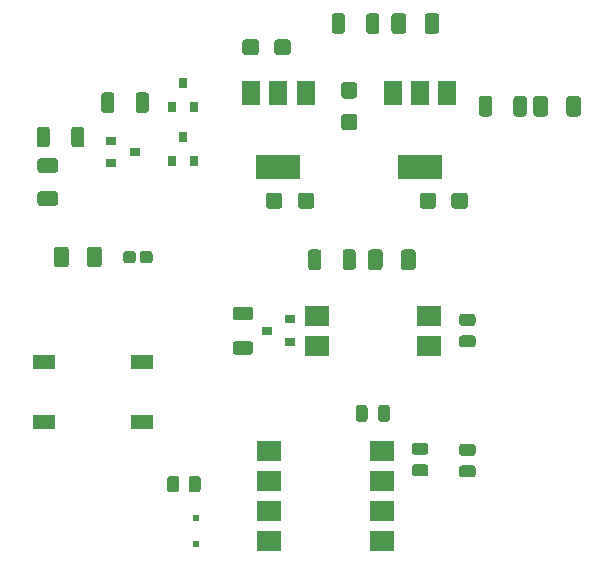
<source format=gbr>
%TF.GenerationSoftware,KiCad,Pcbnew,5.1.10-88a1d61d58~90~ubuntu21.04.1*%
%TF.CreationDate,2021-07-16T14:05:02+02:00*%
%TF.ProjectId,DccDetector,44636344-6574-4656-9374-6f722e6b6963,rev?*%
%TF.SameCoordinates,Original*%
%TF.FileFunction,Paste,Top*%
%TF.FilePolarity,Positive*%
%FSLAX46Y46*%
G04 Gerber Fmt 4.6, Leading zero omitted, Abs format (unit mm)*
G04 Created by KiCad (PCBNEW 5.1.10-88a1d61d58~90~ubuntu21.04.1) date 2021-07-16 14:05:02*
%MOMM*%
%LPD*%
G01*
G04 APERTURE LIST*
%ADD10R,1.900000X1.200000*%
%ADD11R,1.500000X2.000000*%
%ADD12R,3.800000X2.000000*%
%ADD13R,0.800000X0.900000*%
%ADD14R,0.900000X0.800000*%
%ADD15R,2.000000X1.780000*%
%ADD16R,0.500000X0.500000*%
G04 APERTURE END LIST*
%TO.C,R10*%
G36*
G01*
X66100000Y-30374999D02*
X66100000Y-31625001D01*
G75*
G02*
X65850001Y-31875000I-249999J0D01*
G01*
X65224999Y-31875000D01*
G75*
G02*
X64975000Y-31625001I0J249999D01*
G01*
X64975000Y-30374999D01*
G75*
G02*
X65224999Y-30125000I249999J0D01*
G01*
X65850001Y-30125000D01*
G75*
G02*
X66100000Y-30374999I0J-249999D01*
G01*
G37*
G36*
G01*
X69025000Y-30374999D02*
X69025000Y-31625001D01*
G75*
G02*
X68775001Y-31875000I-249999J0D01*
G01*
X68149999Y-31875000D01*
G75*
G02*
X67900000Y-31625001I0J249999D01*
G01*
X67900000Y-30374999D01*
G75*
G02*
X68149999Y-30125000I249999J0D01*
G01*
X68775001Y-30125000D01*
G75*
G02*
X69025000Y-30374999I0J-249999D01*
G01*
G37*
%TD*%
%TO.C,R9*%
G36*
G01*
X51637500Y-43374999D02*
X51637500Y-44625001D01*
G75*
G02*
X51387501Y-44875000I-249999J0D01*
G01*
X50762499Y-44875000D01*
G75*
G02*
X50512500Y-44625001I0J249999D01*
G01*
X50512500Y-43374999D01*
G75*
G02*
X50762499Y-43125000I249999J0D01*
G01*
X51387501Y-43125000D01*
G75*
G02*
X51637500Y-43374999I0J-249999D01*
G01*
G37*
G36*
G01*
X54562500Y-43374999D02*
X54562500Y-44625001D01*
G75*
G02*
X54312501Y-44875000I-249999J0D01*
G01*
X53687499Y-44875000D01*
G75*
G02*
X53437500Y-44625001I0J249999D01*
G01*
X53437500Y-43374999D01*
G75*
G02*
X53687499Y-43125000I249999J0D01*
G01*
X54312501Y-43125000D01*
G75*
G02*
X54562500Y-43374999I0J-249999D01*
G01*
G37*
%TD*%
%TO.C,R6*%
G36*
G01*
X53637500Y-23374999D02*
X53637500Y-24625001D01*
G75*
G02*
X53387501Y-24875000I-249999J0D01*
G01*
X52762499Y-24875000D01*
G75*
G02*
X52512500Y-24625001I0J249999D01*
G01*
X52512500Y-23374999D01*
G75*
G02*
X52762499Y-23125000I249999J0D01*
G01*
X53387501Y-23125000D01*
G75*
G02*
X53637500Y-23374999I0J-249999D01*
G01*
G37*
G36*
G01*
X56562500Y-23374999D02*
X56562500Y-24625001D01*
G75*
G02*
X56312501Y-24875000I-249999J0D01*
G01*
X55687499Y-24875000D01*
G75*
G02*
X55437500Y-24625001I0J249999D01*
G01*
X55437500Y-23374999D01*
G75*
G02*
X55687499Y-23125000I249999J0D01*
G01*
X56312501Y-23125000D01*
G75*
G02*
X56562500Y-23374999I0J-249999D01*
G01*
G37*
%TD*%
%TO.C,D6*%
G36*
G01*
X72375000Y-31625000D02*
X72375000Y-30375000D01*
G75*
G02*
X72625000Y-30125000I250000J0D01*
G01*
X73375000Y-30125000D01*
G75*
G02*
X73625000Y-30375000I0J-250000D01*
G01*
X73625000Y-31625000D01*
G75*
G02*
X73375000Y-31875000I-250000J0D01*
G01*
X72625000Y-31875000D01*
G75*
G02*
X72375000Y-31625000I0J250000D01*
G01*
G37*
G36*
G01*
X69575000Y-31625000D02*
X69575000Y-30375000D01*
G75*
G02*
X69825000Y-30125000I250000J0D01*
G01*
X70575000Y-30125000D01*
G75*
G02*
X70825000Y-30375000I0J-250000D01*
G01*
X70825000Y-31625000D01*
G75*
G02*
X70575000Y-31875000I-250000J0D01*
G01*
X69825000Y-31875000D01*
G75*
G02*
X69575000Y-31625000I0J250000D01*
G01*
G37*
%TD*%
%TO.C,D5*%
G36*
G01*
X58375000Y-44625000D02*
X58375000Y-43375000D01*
G75*
G02*
X58625000Y-43125000I250000J0D01*
G01*
X59375000Y-43125000D01*
G75*
G02*
X59625000Y-43375000I0J-250000D01*
G01*
X59625000Y-44625000D01*
G75*
G02*
X59375000Y-44875000I-250000J0D01*
G01*
X58625000Y-44875000D01*
G75*
G02*
X58375000Y-44625000I0J250000D01*
G01*
G37*
G36*
G01*
X55575000Y-44625000D02*
X55575000Y-43375000D01*
G75*
G02*
X55825000Y-43125000I250000J0D01*
G01*
X56575000Y-43125000D01*
G75*
G02*
X56825000Y-43375000I0J-250000D01*
G01*
X56825000Y-44625000D01*
G75*
G02*
X56575000Y-44875000I-250000J0D01*
G01*
X55825000Y-44875000D01*
G75*
G02*
X55575000Y-44625000I0J250000D01*
G01*
G37*
%TD*%
%TO.C,D4*%
G36*
G01*
X60375000Y-24625000D02*
X60375000Y-23375000D01*
G75*
G02*
X60625000Y-23125000I250000J0D01*
G01*
X61375000Y-23125000D01*
G75*
G02*
X61625000Y-23375000I0J-250000D01*
G01*
X61625000Y-24625000D01*
G75*
G02*
X61375000Y-24875000I-250000J0D01*
G01*
X60625000Y-24875000D01*
G75*
G02*
X60375000Y-24625000I0J250000D01*
G01*
G37*
G36*
G01*
X57575000Y-24625000D02*
X57575000Y-23375000D01*
G75*
G02*
X57825000Y-23125000I250000J0D01*
G01*
X58575000Y-23125000D01*
G75*
G02*
X58825000Y-23375000I0J-250000D01*
G01*
X58825000Y-24625000D01*
G75*
G02*
X58575000Y-24875000I-250000J0D01*
G01*
X57825000Y-24875000D01*
G75*
G02*
X57575000Y-24625000I0J250000D01*
G01*
G37*
%TD*%
D10*
%TO.C,BR1*%
X28165580Y-57749590D03*
X28165580Y-52649590D03*
X36415580Y-57749590D03*
X36415580Y-52649590D03*
%TD*%
%TO.C,D3*%
G36*
G01*
X29105000Y-36645000D02*
X27855000Y-36645000D01*
G75*
G02*
X27605000Y-36395000I0J250000D01*
G01*
X27605000Y-35645000D01*
G75*
G02*
X27855000Y-35395000I250000J0D01*
G01*
X29105000Y-35395000D01*
G75*
G02*
X29355000Y-35645000I0J-250000D01*
G01*
X29355000Y-36395000D01*
G75*
G02*
X29105000Y-36645000I-250000J0D01*
G01*
G37*
G36*
G01*
X29105000Y-39445000D02*
X27855000Y-39445000D01*
G75*
G02*
X27605000Y-39195000I0J250000D01*
G01*
X27605000Y-38445000D01*
G75*
G02*
X27855000Y-38195000I250000J0D01*
G01*
X29105000Y-38195000D01*
G75*
G02*
X29355000Y-38445000I0J-250000D01*
G01*
X29355000Y-39195000D01*
G75*
G02*
X29105000Y-39445000I-250000J0D01*
G01*
G37*
%TD*%
D11*
%TO.C,U4*%
X62300000Y-29850000D03*
X57700000Y-29850000D03*
X60000000Y-29850000D03*
D12*
X60000000Y-36150000D03*
%TD*%
%TO.C,R8*%
G36*
G01*
X34122500Y-30074999D02*
X34122500Y-31325001D01*
G75*
G02*
X33872501Y-31575000I-249999J0D01*
G01*
X33247499Y-31575000D01*
G75*
G02*
X32997500Y-31325001I0J249999D01*
G01*
X32997500Y-30074999D01*
G75*
G02*
X33247499Y-29825000I249999J0D01*
G01*
X33872501Y-29825000D01*
G75*
G02*
X34122500Y-30074999I0J-249999D01*
G01*
G37*
G36*
G01*
X37047500Y-30074999D02*
X37047500Y-31325001D01*
G75*
G02*
X36797501Y-31575000I-249999J0D01*
G01*
X36172499Y-31575000D01*
G75*
G02*
X35922500Y-31325001I0J249999D01*
G01*
X35922500Y-30074999D01*
G75*
G02*
X36172499Y-29825000I249999J0D01*
G01*
X36797501Y-29825000D01*
G75*
G02*
X37047500Y-30074999I0J-249999D01*
G01*
G37*
%TD*%
%TO.C,R7*%
G36*
G01*
X28657500Y-32984999D02*
X28657500Y-34235001D01*
G75*
G02*
X28407501Y-34485000I-249999J0D01*
G01*
X27782499Y-34485000D01*
G75*
G02*
X27532500Y-34235001I0J249999D01*
G01*
X27532500Y-32984999D01*
G75*
G02*
X27782499Y-32735000I249999J0D01*
G01*
X28407501Y-32735000D01*
G75*
G02*
X28657500Y-32984999I0J-249999D01*
G01*
G37*
G36*
G01*
X31582500Y-32984999D02*
X31582500Y-34235001D01*
G75*
G02*
X31332501Y-34485000I-249999J0D01*
G01*
X30707499Y-34485000D01*
G75*
G02*
X30457500Y-34235001I0J249999D01*
G01*
X30457500Y-32984999D01*
G75*
G02*
X30707499Y-32735000I249999J0D01*
G01*
X31332501Y-32735000D01*
G75*
G02*
X31582500Y-32984999I0J-249999D01*
G01*
G37*
%TD*%
D13*
%TO.C,Q4*%
X39910000Y-29070000D03*
X40860000Y-31070000D03*
X38960000Y-31070000D03*
%TD*%
D14*
%TO.C,Q3*%
X35830000Y-34880000D03*
X33830000Y-35830000D03*
X33830000Y-33930000D03*
%TD*%
D13*
%TO.C,Q2*%
X39910000Y-33610000D03*
X40860000Y-35610000D03*
X38960000Y-35610000D03*
%TD*%
%TO.C,D2*%
G36*
G01*
X30245000Y-43145000D02*
X30245000Y-44395000D01*
G75*
G02*
X29995000Y-44645000I-250000J0D01*
G01*
X29245000Y-44645000D01*
G75*
G02*
X28995000Y-44395000I0J250000D01*
G01*
X28995000Y-43145000D01*
G75*
G02*
X29245000Y-42895000I250000J0D01*
G01*
X29995000Y-42895000D01*
G75*
G02*
X30245000Y-43145000I0J-250000D01*
G01*
G37*
G36*
G01*
X33045000Y-43145000D02*
X33045000Y-44395000D01*
G75*
G02*
X32795000Y-44645000I-250000J0D01*
G01*
X32045000Y-44645000D01*
G75*
G02*
X31795000Y-44395000I0J250000D01*
G01*
X31795000Y-43145000D01*
G75*
G02*
X32045000Y-42895000I250000J0D01*
G01*
X32795000Y-42895000D01*
G75*
G02*
X33045000Y-43145000I0J-250000D01*
G01*
G37*
%TD*%
%TO.C,C6*%
G36*
G01*
X62650000Y-39425001D02*
X62650000Y-38574999D01*
G75*
G02*
X62899999Y-38325000I249999J0D01*
G01*
X63800001Y-38325000D01*
G75*
G02*
X64050000Y-38574999I0J-249999D01*
G01*
X64050000Y-39425001D01*
G75*
G02*
X63800001Y-39675000I-249999J0D01*
G01*
X62899999Y-39675000D01*
G75*
G02*
X62650000Y-39425001I0J249999D01*
G01*
G37*
G36*
G01*
X59950000Y-39425001D02*
X59950000Y-38574999D01*
G75*
G02*
X60199999Y-38325000I249999J0D01*
G01*
X61100001Y-38325000D01*
G75*
G02*
X61350000Y-38574999I0J-249999D01*
G01*
X61350000Y-39425001D01*
G75*
G02*
X61100001Y-39675000I-249999J0D01*
G01*
X60199999Y-39675000D01*
G75*
G02*
X59950000Y-39425001I0J249999D01*
G01*
G37*
%TD*%
%TO.C,C5*%
G36*
G01*
X53574999Y-31650000D02*
X54425001Y-31650000D01*
G75*
G02*
X54675000Y-31899999I0J-249999D01*
G01*
X54675000Y-32800001D01*
G75*
G02*
X54425001Y-33050000I-249999J0D01*
G01*
X53574999Y-33050000D01*
G75*
G02*
X53325000Y-32800001I0J249999D01*
G01*
X53325000Y-31899999D01*
G75*
G02*
X53574999Y-31650000I249999J0D01*
G01*
G37*
G36*
G01*
X53574999Y-28950000D02*
X54425001Y-28950000D01*
G75*
G02*
X54675000Y-29199999I0J-249999D01*
G01*
X54675000Y-30100001D01*
G75*
G02*
X54425001Y-30350000I-249999J0D01*
G01*
X53574999Y-30350000D01*
G75*
G02*
X53325000Y-30100001I0J249999D01*
G01*
X53325000Y-29199999D01*
G75*
G02*
X53574999Y-28950000I249999J0D01*
G01*
G37*
%TD*%
%TO.C,C4*%
G36*
G01*
X36275000Y-44045001D02*
X36275000Y-43494999D01*
G75*
G02*
X36524999Y-43245000I249999J0D01*
G01*
X37100001Y-43245000D01*
G75*
G02*
X37350000Y-43494999I0J-249999D01*
G01*
X37350000Y-44045001D01*
G75*
G02*
X37100001Y-44295000I-249999J0D01*
G01*
X36524999Y-44295000D01*
G75*
G02*
X36275000Y-44045001I0J249999D01*
G01*
G37*
G36*
G01*
X34850000Y-44045001D02*
X34850000Y-43494999D01*
G75*
G02*
X35099999Y-43245000I249999J0D01*
G01*
X35675001Y-43245000D01*
G75*
G02*
X35925000Y-43494999I0J-249999D01*
G01*
X35925000Y-44045001D01*
G75*
G02*
X35675001Y-44295000I-249999J0D01*
G01*
X35099999Y-44295000D01*
G75*
G02*
X34850000Y-44045001I0J249999D01*
G01*
G37*
%TD*%
D15*
%TO.C,U3*%
X51235000Y-51270000D03*
X60765000Y-48730000D03*
X51235000Y-48730000D03*
X60765000Y-51270000D03*
%TD*%
%TO.C,U2*%
X56765000Y-60190000D03*
X47235000Y-67810000D03*
X56765000Y-62730000D03*
X47235000Y-65270000D03*
X56765000Y-65270000D03*
X47235000Y-62730000D03*
X56765000Y-67810000D03*
X47235000Y-60190000D03*
%TD*%
D11*
%TO.C,U1*%
X50300000Y-29850000D03*
X45700000Y-29850000D03*
X48000000Y-29850000D03*
D12*
X48000000Y-36150000D03*
%TD*%
%TO.C,R5*%
G36*
G01*
X64450001Y-60600000D02*
X63549999Y-60600000D01*
G75*
G02*
X63300000Y-60350001I0J249999D01*
G01*
X63300000Y-59824999D01*
G75*
G02*
X63549999Y-59575000I249999J0D01*
G01*
X64450001Y-59575000D01*
G75*
G02*
X64700000Y-59824999I0J-249999D01*
G01*
X64700000Y-60350001D01*
G75*
G02*
X64450001Y-60600000I-249999J0D01*
G01*
G37*
G36*
G01*
X64450001Y-62425000D02*
X63549999Y-62425000D01*
G75*
G02*
X63300000Y-62175001I0J249999D01*
G01*
X63300000Y-61649999D01*
G75*
G02*
X63549999Y-61400000I249999J0D01*
G01*
X64450001Y-61400000D01*
G75*
G02*
X64700000Y-61649999I0J-249999D01*
G01*
X64700000Y-62175001D01*
G75*
G02*
X64450001Y-62425000I-249999J0D01*
G01*
G37*
%TD*%
%TO.C,R4*%
G36*
G01*
X60450001Y-60512500D02*
X59549999Y-60512500D01*
G75*
G02*
X59300000Y-60262501I0J249999D01*
G01*
X59300000Y-59737499D01*
G75*
G02*
X59549999Y-59487500I249999J0D01*
G01*
X60450001Y-59487500D01*
G75*
G02*
X60700000Y-59737499I0J-249999D01*
G01*
X60700000Y-60262501D01*
G75*
G02*
X60450001Y-60512500I-249999J0D01*
G01*
G37*
G36*
G01*
X60450001Y-62337500D02*
X59549999Y-62337500D01*
G75*
G02*
X59300000Y-62087501I0J249999D01*
G01*
X59300000Y-61562499D01*
G75*
G02*
X59549999Y-61312500I249999J0D01*
G01*
X60450001Y-61312500D01*
G75*
G02*
X60700000Y-61562499I0J-249999D01*
G01*
X60700000Y-62087501D01*
G75*
G02*
X60450001Y-62337500I-249999J0D01*
G01*
G37*
%TD*%
%TO.C,R3*%
G36*
G01*
X63549999Y-50400000D02*
X64450001Y-50400000D01*
G75*
G02*
X64700000Y-50649999I0J-249999D01*
G01*
X64700000Y-51175001D01*
G75*
G02*
X64450001Y-51425000I-249999J0D01*
G01*
X63549999Y-51425000D01*
G75*
G02*
X63300000Y-51175001I0J249999D01*
G01*
X63300000Y-50649999D01*
G75*
G02*
X63549999Y-50400000I249999J0D01*
G01*
G37*
G36*
G01*
X63549999Y-48575000D02*
X64450001Y-48575000D01*
G75*
G02*
X64700000Y-48824999I0J-249999D01*
G01*
X64700000Y-49350001D01*
G75*
G02*
X64450001Y-49600000I-249999J0D01*
G01*
X63549999Y-49600000D01*
G75*
G02*
X63300000Y-49350001I0J249999D01*
G01*
X63300000Y-48824999D01*
G75*
G02*
X63549999Y-48575000I249999J0D01*
G01*
G37*
%TD*%
%TO.C,R2*%
G36*
G01*
X39600000Y-62549999D02*
X39600000Y-63450001D01*
G75*
G02*
X39350001Y-63700000I-249999J0D01*
G01*
X38824999Y-63700000D01*
G75*
G02*
X38575000Y-63450001I0J249999D01*
G01*
X38575000Y-62549999D01*
G75*
G02*
X38824999Y-62300000I249999J0D01*
G01*
X39350001Y-62300000D01*
G75*
G02*
X39600000Y-62549999I0J-249999D01*
G01*
G37*
G36*
G01*
X41425000Y-62549999D02*
X41425000Y-63450001D01*
G75*
G02*
X41175001Y-63700000I-249999J0D01*
G01*
X40649999Y-63700000D01*
G75*
G02*
X40400000Y-63450001I0J249999D01*
G01*
X40400000Y-62549999D01*
G75*
G02*
X40649999Y-62300000I249999J0D01*
G01*
X41175001Y-62300000D01*
G75*
G02*
X41425000Y-62549999I0J-249999D01*
G01*
G37*
%TD*%
%TO.C,R1*%
G36*
G01*
X44374999Y-50900000D02*
X45625001Y-50900000D01*
G75*
G02*
X45875000Y-51149999I0J-249999D01*
G01*
X45875000Y-51775001D01*
G75*
G02*
X45625001Y-52025000I-249999J0D01*
G01*
X44374999Y-52025000D01*
G75*
G02*
X44125000Y-51775001I0J249999D01*
G01*
X44125000Y-51149999D01*
G75*
G02*
X44374999Y-50900000I249999J0D01*
G01*
G37*
G36*
G01*
X44374999Y-47975000D02*
X45625001Y-47975000D01*
G75*
G02*
X45875000Y-48224999I0J-249999D01*
G01*
X45875000Y-48850001D01*
G75*
G02*
X45625001Y-49100000I-249999J0D01*
G01*
X44374999Y-49100000D01*
G75*
G02*
X44125000Y-48850001I0J249999D01*
G01*
X44125000Y-48224999D01*
G75*
G02*
X44374999Y-47975000I249999J0D01*
G01*
G37*
%TD*%
D14*
%TO.C,Q1*%
X47000000Y-50000000D03*
X49000000Y-49050000D03*
X49000000Y-50950000D03*
%TD*%
D16*
%TO.C,D1*%
X41000000Y-68100000D03*
X41000000Y-65900000D03*
%TD*%
%TO.C,C3*%
G36*
G01*
X55550000Y-56525000D02*
X55550000Y-57475000D01*
G75*
G02*
X55300000Y-57725000I-250000J0D01*
G01*
X54800000Y-57725000D01*
G75*
G02*
X54550000Y-57475000I0J250000D01*
G01*
X54550000Y-56525000D01*
G75*
G02*
X54800000Y-56275000I250000J0D01*
G01*
X55300000Y-56275000D01*
G75*
G02*
X55550000Y-56525000I0J-250000D01*
G01*
G37*
G36*
G01*
X57450000Y-56525000D02*
X57450000Y-57475000D01*
G75*
G02*
X57200000Y-57725000I-250000J0D01*
G01*
X56700000Y-57725000D01*
G75*
G02*
X56450000Y-57475000I0J250000D01*
G01*
X56450000Y-56525000D01*
G75*
G02*
X56700000Y-56275000I250000J0D01*
G01*
X57200000Y-56275000D01*
G75*
G02*
X57450000Y-56525000I0J-250000D01*
G01*
G37*
%TD*%
%TO.C,C2*%
G36*
G01*
X49650000Y-39425001D02*
X49650000Y-38574999D01*
G75*
G02*
X49899999Y-38325000I249999J0D01*
G01*
X50800001Y-38325000D01*
G75*
G02*
X51050000Y-38574999I0J-249999D01*
G01*
X51050000Y-39425001D01*
G75*
G02*
X50800001Y-39675000I-249999J0D01*
G01*
X49899999Y-39675000D01*
G75*
G02*
X49650000Y-39425001I0J249999D01*
G01*
G37*
G36*
G01*
X46950000Y-39425001D02*
X46950000Y-38574999D01*
G75*
G02*
X47199999Y-38325000I249999J0D01*
G01*
X48100001Y-38325000D01*
G75*
G02*
X48350000Y-38574999I0J-249999D01*
G01*
X48350000Y-39425001D01*
G75*
G02*
X48100001Y-39675000I-249999J0D01*
G01*
X47199999Y-39675000D01*
G75*
G02*
X46950000Y-39425001I0J249999D01*
G01*
G37*
%TD*%
%TO.C,C1*%
G36*
G01*
X47650000Y-26425001D02*
X47650000Y-25574999D01*
G75*
G02*
X47899999Y-25325000I249999J0D01*
G01*
X48800001Y-25325000D01*
G75*
G02*
X49050000Y-25574999I0J-249999D01*
G01*
X49050000Y-26425001D01*
G75*
G02*
X48800001Y-26675000I-249999J0D01*
G01*
X47899999Y-26675000D01*
G75*
G02*
X47650000Y-26425001I0J249999D01*
G01*
G37*
G36*
G01*
X44950000Y-26425001D02*
X44950000Y-25574999D01*
G75*
G02*
X45199999Y-25325000I249999J0D01*
G01*
X46100001Y-25325000D01*
G75*
G02*
X46350000Y-25574999I0J-249999D01*
G01*
X46350000Y-26425001D01*
G75*
G02*
X46100001Y-26675000I-249999J0D01*
G01*
X45199999Y-26675000D01*
G75*
G02*
X44950000Y-26425001I0J249999D01*
G01*
G37*
%TD*%
M02*

</source>
